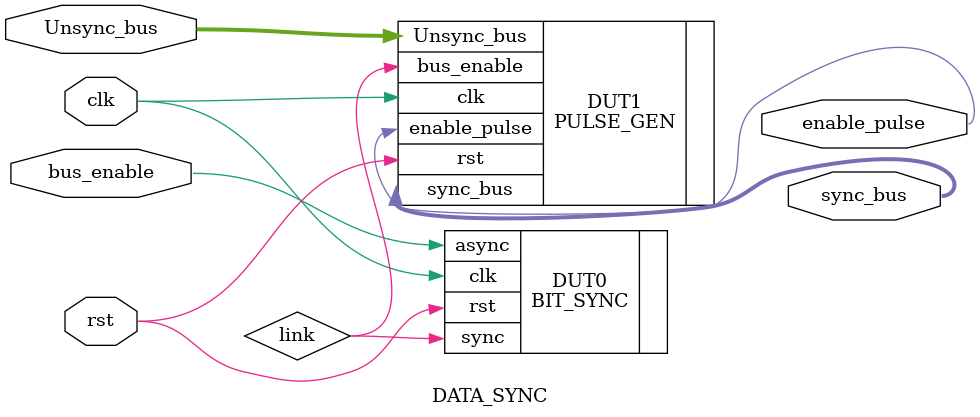
<source format=v>
`timescale 1ns / 1ps

module DATA_SYNC #(parameter BUS_WIDTH = 8 , NUM_STAGES = 2) (
    input [BUS_WIDTH -1:0] Unsync_bus,
    input bus_enable,
    input clk,
    input rst,
    output [BUS_WIDTH - 1:0] sync_bus,
    output enable_pulse
    );
    wire link;
    
    
    BIT_SYNC #( 1 , NUM_STAGES) DUT0 ( .async(bus_enable),
                                              .clk(clk),
                                              .rst(rst),
                                              .sync(link)
                                     );
                                              
    PULSE_GEN #(BUS_WIDTH) DUT1 ( .bus_enable(link),
                                   .Unsync_bus(Unsync_bus),
                                   .sync_bus(sync_bus),
                                   .enable_pulse(enable_pulse),
                                   .clk(clk),
                                   .rst(rst)
                                );                                           
    
    
endmodule

</source>
